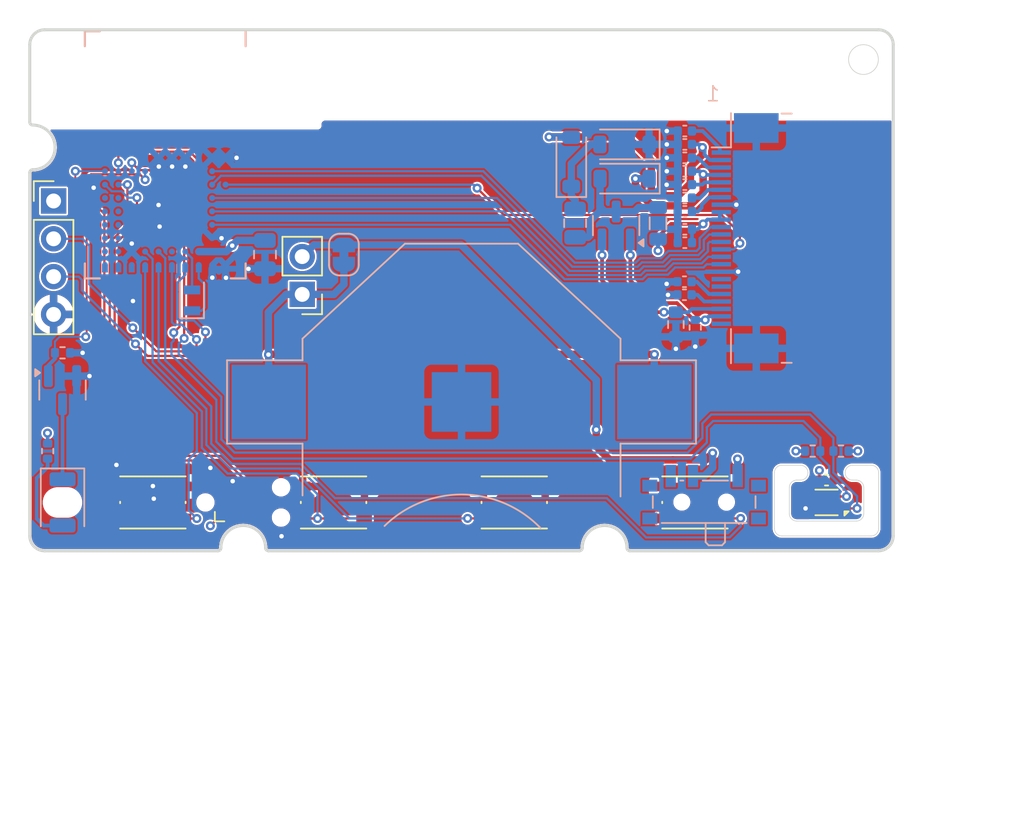
<source format=kicad_pcb>
(kicad_pcb (version 20241228) (generator "pcbnew") (generator_version "9.0")
  (layers (0 "F.Cu" signal) (4 "In1.Cu" signal) (6 "In2.Cu" signal) (2 "B.Cu" signal) (13 "F.Paste" user) (15 "B.Paste" user) (5 "F.SilkS" user "F.Silkscreen") (7 "B.SilkS" user "B.Silkscreen") (1 "F.Mask" user) (3 "B.Mask" user) (25 "Edge.Cuts" user))
  (net 0 "")
  (net 1 "VDD")
  (net 2 "GND")
  (net 3 "/VCOM")
  (net 4 "/PREVGL")
  (net 6 "/VSL")
  (net 7 "/SCL")
  (net 8 "/EPD_DIN")
  (net 9 "/SDA")
  (net 10 "/EPD_CLK")
  (net 11 "Net-(U1-P1.01)")
  (net 12 "Net-(U1-P1.00)")
  (net 14 "Net-(D2-A)")
  (net 15 "Net-(D1-K)")
  (net 16 "/PREVGH")
  (net 17 "/VSH")
  (net 18 "/VPP")
  (net 19 "/VGH")
  (net 20 "/VGL")
  (net 21 "/EPD_BUSY")
  (net 22 "Net-(J2-Pin_7)")
  (net 23 "/HTL_CTL")
  (net 24 "/GDR")
  (net 25 "/RESE")
  (net 26 "/TSCL")
  (net 27 "/EPD_CS")
  (net 28 "/TSDA")
  (net 29 "/EPD_DC")
  (net 30 "/EPD_RST")
  (net 31 "Net-(D4-K)")
  (net 32 "Net-(Q2-G)")
  (net 33 "Net-(D4-A)")
  (net 34 "Net-(J4-SWDIO)")
  (net 35 "Net-(J4-~{RESET})")
  (net 36 "Net-(J4-SWCLK)")
  (net 39 "/SW1")
  (net 40 "/SW2")
  (net 41 "/SW3")
  (net 42 "/SW4")
  (net 43 "/UART_TX")
  (net 44 "/UART_RX")
  (net 55 "Net-(BT1-+)")
  (net 60 "Net-(JP1-B)")
  (footprint "Connector_PinHeader_2.54mm:PinHeader_1x02_P2.54mm_Vertical" (layer "F.Cu") (at 118.3 56.775 180)
    (property "Reference" "JP2" (hide yes))
    (property "Value" "Jumper_2_Small_Open" (hide yes))
  )
  (footprint "ePaper54L-Button_Switch_SMD:SW_Push_1P1T_NO_Vertical_Wuerth_434133025816" (layer "F.Cu") (at 132.54375 70.75)
    (property "Reference" "SW3" (hide yes))
    (property "Value" "SW_Push")
  )
  (footprint "Connector_PinHeader_2.54mm:PinHeader_1x04_P2.54mm_Vertical" (layer "F.Cu") (at 101.6 50.5)
    (property "Reference" "J1" (hide yes))
    (property "Value" "Conn_01x04" (hide yes))
  )
  (footprint "Capacitor_SMD:C_0402_1005Metric" (layer "F.Cu") (at 153.52 69.25)
    (property "Reference" "C25" (hide yes))
    (property "Value" "100nF")
  )
  (footprint "ePaper54L-Button_Switch_SMD:SW_Push_1P1T_NO_Vertical_Wuerth_434133025816" (layer "F.Cu") (at 144.68125 70.75)
    (property "Reference" "SW4" (hide yes))
    (property "Value" "SW_Push")
  )
  (footprint "ePaper54L-Button_Switch_SMD:SW_Push_1P1T_NO_Vertical_Wuerth_434133025816" (layer "F.Cu") (at 120.40625 70.75)
    (property "Reference" "SW2" (hide yes))
    (property "Value" "SW_Push")
  )
  (footprint "Sensor_Humidity:Sensirion_DFN-4_1.5x1.5mm_P0.8mm_SHT4x_NoCentralPad" (layer "F.Cu") (at 153.52 70.75 180)
    (property "Reference" "U2" (hide yes))
    (property "Value" "SHT4x")
  )
  (footprint "ePaper54L-Button_Switch_SMD:SW_Push_1P1T_NO_Vertical_Wuerth_434133025816" (layer "F.Cu") (at 108.26875 70.75)
    (property "Reference" "SW1" (hide yes))
    (property "Value" "SW_Push")
  )
  (footprint "Connector:Tag-Connect_TC2030-IDC-NL_2x03_P1.27mm_Vertical" (layer "F.Cu") (at 114.3375 70.75)
    (property "Reference" "J4" (hide yes))
    (property "Value" "Conn_ARM_SWD_TagConnect_TC2030-NL" (hide yes))
  )
  (footprint "Resistor_SMD:R_0402_1005Metric" (layer "B.Cu") (at 102.2 60.7)
    (property "Reference" "R7" (hide yes))
    (property "Value" "1MR")
  )
  (footprint "Resistor_SMD:R_0402_1005Metric" (layer "B.Cu") (at 152.59 67.3)
    (property "Reference" "R9" (hide yes))
    (property "Value" "10kR")
  )
  (footprint "Resistor_SMD:R_0402_1005Metric" (layer "B.Cu") (at 101.2 67.3 -90)
    (property "Reference" "R8" (hide yes))
    (property "Value" "1kR")
  )
  (footprint "Capacitor_SMD:C_0402_1005Metric" (layer "B.Cu") (at 143.975 55.925)
    (property "Reference" "C23" (hide yes))
    (property "Value" "1uF")
  )
  (footprint "Diode_SMD:D_SOD-123" (layer "B.Cu") (at 136.375 47.875 90)
    (property "Reference" "D1" (hide yes))
    (property "Value" "PMEG3010ER,115")
  )
  (footprint "Connector_FFC-FPC:Jushuo_AFC07-S24FCA-00_1x24-1MP_P0.50_Horizontal" (layer "B.Cu") (at 148.05 53 -90)
    (property "Reference" "J2" (hide yes))
    (property "Value" "Conn_01x24_MountingPin")
  )
  (footprint "Capacitor_SMD:C_0402_1005Metric" (layer "B.Cu") (at 144 46.7)
    (property "Reference" "C14" (hide yes))
    (property "Value" "1uF")
  )
  (footprint "Jumper:SolderJumper-2_P1.3mm_Bridged_RoundedPad1.0x1.5mm" (layer "B.Cu") (at 121.1 54.1 90)
    (property "Reference" "JP1" (hide yes))
    (property "Value" "Jumper_2_Small_Bridged" (hide yes))
  )
  (footprint "Diode_SMD:D_SOD-123" (layer "B.Cu") (at 139.95 46.7 180)
    (property "Reference" "D3" (hide yes))
    (property "Value" "PMEG3010ER,115")
  )
  (footprint "Capacitor_SMD:C_0402_1005Metric" (layer "B.Cu") (at 143.975 56.8)
    (property "Reference" "C24" (hide yes))
    (property "Value" "1uF")
  )
  (footprint "Capacitor_SMD:C_0402_1005Metric" (layer "B.Cu") (at 144 51.2)
    (property "Reference" "C20" (hide yes))
    (property "Value" "1uF")
  )
  (footprint "Resistor_SMD:R_0402_1005Metric" (layer "B.Cu") (at 144.7 59 -90)
    (property "Reference" "R1" (hide yes))
    (property "Value" "1MR")
  )
  (footprint "Capacitor_SMD:C_0402_1005Metric" (layer "B.Cu") (at 144 47.6)
    (property "Reference" "C15" (hide yes))
    (property "Value" "1uF")
  )
  (footprint "Resistor_SMD:R_0603_1608Metric" (layer "B.Cu") (at 143.4 58.8 -90)
    (property "Reference" "R3" (hide yes))
    (property "Value" "3R")
  )
  (footprint "Capacitor_SMD:C_0402_1005Metric" (layer "B.Cu") (at 144 52.4)
    (property "Reference" "C22" (hide yes))
    (property "Value" "100nF")
  )
  (footprint "Capacitor_SMD:C_0402_1005Metric" (layer "B.Cu") (at 144 50.3)
    (property "Reference" "C19" (hide yes))
    (property "Value" "1uF")
  )
  (footprint "Resistor_SMD:R_0402_1005Metric" (layer "B.Cu") (at 154.49 67.3 180)
    (property "Reference" "R10" (hide yes))
    (property "Value" "10kR")
  )
  (footprint "Battery:BatteryHolder_Multicomp_BC-2001_1x2032" (layer "B.Cu") (at 129 64)
    (property "Reference" "BT1" (hide yes))
    (property "Value" "CR2032")
  )
  (footprint "LED_SMD:LED_1206_3216Metric_ReverseMount_Hole1.8x2.4mm" (layer "B.Cu") (at 102.2 70.75 -90)
    (property "Reference" "D4" (hide yes))
    (property "Value" "LED_Small")
  )
  (footprint "Package_TO_SOT_SMD:SOT-23" (layer "B.Cu") (at 102.2 63.2 -90)
    (property "Reference" "Q2" (hide yes))
    (property "Value" "Q_NMOS_GSD")
  )
  (footprint "Capacitor_SMD:C_0402_1005Metric" (layer "B.Cu") (at 144 49.4)
    (property "Reference" "C18" (hide yes))
    (property "Value" "1uF")
  )
  (footprint "Diode_SMD:D_SOD-123" (layer "B.Cu") (at 139.955 49 180)
    (property "Reference" "D2" (hide yes))
    (property "Value" "PMEG3010ER,115")
  )
  (footprint "Capacitor_SMD:C_0402_1005Metric" (layer "B.Cu") (at 144 48.5)
    (property "Reference" "C17" (hide yes))
    (property "Value" "1uF")
  )
  (footprint "Button_Switch_SMD:SW_SPDT_PCM12" (layer "B.Cu") (at 145.3 70.4 180)
    (property "Reference" "SW5" (hide yes))
    (property "Value" "SW_SPDT")
  )
  (footprint "Capacitor_SMD:C_0805_2012Metric" (layer "B.Cu") (at 115.8 54.1 90)
    (property "Reference" "C1" (hide yes))
    (property "Value" "4.7uF")
  )
  (footprint "Capacitor_SMD:C_0402_1005Metric" (layer "B.Cu") (at 144 53.3)
    (property "Reference" "C21" (hide yes))
    (property "Value" "4.7uF")
  )
  (footprint "Crystal:Crystal_SMD_2012-2Pin_2.0x1.2mm" (layer "B.Cu") (at 110.9 57.175 90)
    (property "Reference" "Y2" (hide yes))
    (property "Value" "32.768KHz")
  )
  (footprint "Capacitor_SMD:C_0402_1005Metric" (layer "B.Cu") (at 144 45.8)
    (property "Reference" "C13" (hide yes))
    (property "Value" "1uF")
  )
  (footprint "Capacitor_SMD:C_0805_2012Metric" (layer "B.Cu") (at 136.63 51.99 90)
    (property "Reference" "C2" (hide yes))
    (property "Value" "4.7uF")
  )
  (footprint "Package_TO_SOT_SMD:SOT-23" (layer "B.Cu") (at 139.3875 52.15 90)
    (property "Reference" "Q1" (hide yes))
    (property "Value" "Q_NMOS_GSD")
  )
  (footprint "nordic-lib-kicad-nrf54-modules:BM15x-LGA-45_15.8x10mm" (layer "B.Cu") (at 109.1 47.4 180)
    (property "Reference" "U1" (hide yes))
    (property "Value" "BM15x")
  )
  (footprint "Inductor_SMD:L_0805_2012Metric" (layer "B.Cu") (at 142.2 52 -90)
    (property "Reference" "L4" (hide yes))
    (property "Value" "10uH")
  )
  (gr_arc (start 158 73) (mid 157.707107 73.707107) (end 157 74) (stroke (width 0.2)) (layer "Edge.Cuts"))
  (gr_arc (start 157.02 72.5) (mid 156.873553 72.853553) (end 156.52 73) (stroke (width 0.05)) (layer "Edge.Cuts"))
  (gr_arc (start 156.02 71.5) (mid 155.873553 71.853553) (end 155.52 72) (stroke (width 0.05)) (layer "Edge.Cuts"))
  (gr_arc (start 100 48.6) (mid 100.058579 48.458579) (end 100.2 48.4) (stroke (width 0.2)) (layer "Edge.Cuts"))
  (gr_arc (start 155.27 69.25) (mid 154.916447 69.103553) (end 154.77 68.75) (stroke (width 0.05)) (layer "Edge.Cuts"))
  (gr_arc (start 140.3125 74) (mid 140.171079 73.941421) (end 140.1125 73.8) (stroke (width 0.2)) (layer "Edge.Cuts"))
  (gr_arc (start 116.0375 74) (mid 115.896079 73.941421) (end 115.8375 73.8) (stroke (width 0.2)) (layer "Edge.Cuts"))
  (gr_arc (start 151.02 69.75) (mid 151.166447 69.396447) (end 151.52 69.25) (stroke (width 0.05)) (layer "Edge.Cuts"))
  (gr_line (start 150.52 68.25) (end 151.77 68.25) (stroke (width 0.05)) (layer "Edge.Cuts"))
  (gr_arc (start 156.52 68.25) (mid 156.873553 68.396447) (end 157.02 68.75) (stroke (width 0.05)) (layer "Edge.Cuts"))
  (gr_line (start 155.52 69.25) (end 155.27 69.25) (stroke (width 0.05)) (layer "Edge.Cuts"))
  (gr_arc (start 100.2 45.4) (mid 100.058579 45.341421) (end 100 45.2) (stroke (width 0.2)) (layer "Edge.Cuts"))
  (gr_arc (start 151.52 72) (mid 151.166447 71.853553) (end 151.02 71.5) (stroke (width 0.05)) (layer "Edge.Cuts"))
  (gr_line (start 100 45.2) (end 100 40) (stroke (width 0.2)) (layer "Edge.Cuts"))
  (gr_arc (start 155.52 69.25) (mid 155.873553 69.396447) (end 156.02 69.75) (stroke (width 0.05)) (layer "Edge.Cuts"))
  (gr_line (start 157 74) (end 140.3125 74) (stroke (width 0.2)) (layer "Edge.Cuts"))
  (gr_arc (start 100 40) (mid 100.292893 39.292893) (end 101 39) (stroke (width 0.2)) (layer "Edge.Cuts"))
  (gr_line (start 157.02 68.75) (end 157.02 72.5) (stroke (width 0.05)) (layer "Edge.Cuts"))
  (gr_line (start 155.27 68.25) (end 156.52 68.25) (stroke (width 0.05)) (layer "Edge.Cuts"))
  (gr_arc (start 112.8375 73.8) (mid 112.778921 73.941421) (end 112.6375 74) (stroke (width 0.2)) (layer "Edge.Cuts"))
  (gr_arc (start 112.8375 73.8) (mid 114.3375 72.3) (end 115.8375 73.8) (stroke (width 0.2)) (layer "Edge.Cuts"))
  (gr_arc (start 137.1125 73.8) (mid 137.053921 73.941421) (end 136.9125 74) (stroke (width 0.2)) (layer "Edge.Cuts"))
  (gr_arc (start 157 39) (mid 157.707107 39.292893) (end 158 40) (stroke (width 0.2)) (layer "Edge.Cuts"))
  (gr_arc (start 154.77 68.75) (mid 154.916447 68.396447) (end 155.27 68.25) (stroke (width 0.05)) (layer "Edge.Cuts"))
  (gr_arc (start 150.02 68.75) (mid 150.166447 68.396447) (end 150.52 68.25) (stroke (width 0.05)) (layer "Edge.Cuts"))
  (gr_circle (center 156 41) (end 156 42) (stroke (width 0.05)) (fill no) (layer "Edge.Cuts"))
  (gr_arc (start 152.27 68.75) (mid 152.123553 69.103553) (end 151.77 69.25) (stroke (width 0.05)) (layer "Edge.Cuts"))
  (gr_line (start 155.52 72) (end 151.52 72) (stroke (width 0.05)) (layer "Edge.Cuts"))
  (gr_arc (start 101 74) (mid 100.292893 73.707107) (end 100 73) (stroke (width 0.2)) (layer "Edge.Cuts"))
  (gr_line (start 156.52 73) (end 150.52 73) (stroke (width 0.05)) (layer "Edge.Cuts"))
  (gr_line (start 136.9125 74) (end 116.0375 74) (stroke (width 0.2)) (layer "Edge.Cuts"))
  (gr_line (start 101 39) (end 157 39) (stroke (width 0.2)) (layer "Edge.Cuts"))
  (gr_line (start 158 40) (end 158 73) (stroke (width 0.2)) (layer "Edge.Cuts"))
  (gr_arc (start 150.52 73) (mid 150.166447 72.853553) (end 150.02 72.5) (stroke (width 0.05)) (layer "Edge.Cuts"))
  (gr_line (start 151.02 71.5) (end 151.02 69.75) (stroke (width 0.05)) (layer "Edge.Cuts"))
  (gr_arc (start 151.77 68.25) (mid 152.123553 68.396447) (end 152.27 68.75) (stroke (width 0.05)) (layer "Edge.Cuts"))
  (gr_line (start 156.02 71.5) (end 156.02 69.75) (stroke (width 0.05)) (layer "Edge.Cuts"))
  (gr_line (start 151.77 69.25) (end 151.52 69.25) (stroke (width 0.05)) (layer "Edge.Cuts"))
  (gr_line (start 112.6375 74) (end 101 74) (stroke (width 0.2)) (layer "Edge.Cuts"))
  (gr_arc (start 137.1125 73.8) (mid 138.6125 72.3) (end 140.1125 73.8) (stroke (width 0.2)) (layer "Edge.Cuts"))
  (gr_arc (start 100.2 45.4) (mid 101.7 46.9) (end 100.2 48.4) (stroke (width 0.2)) (layer "Edge.Cuts"))
  (gr_line (start 150.02 72.5) (end 150.02 68.75) (stroke (width 0.05)) (layer "Edge.Cuts"))
  (gr_line (start 100 48.6) (end 100 73) (stroke (width 0.2)) (layer "Edge.Cuts"))
  (gr_text "1" (at 146.43 43.89 0) (layer "B.SilkS") (effects (font (size 1 1) (thickness 0.1)) (justify left bottom mirror)))
  (segment (start 152.51 70.35) (end 152.43 70.27) (width 0.15) (layer "F.Cu") (net 1))
  (segment (start 112.13 72.32) (end 112.1325 72.32) (width 0.15) (layer "F.Cu") (net 1))
  (segment (start 152.43 70.27) (end 152.43 69.46) (width 0.15) (layer "F.Cu") (net 1))
  (segment (start 142.2 52.92) (end 142.2 53.84) (width 0.25) (layer "F.Cu") (net 1))
  (segment (start 112.1325 72.32) (end 113.0675 71.385) (width 0.15) (layer "F.Cu") (net 1))
  (segment (start 152.82 70.35) (end 152.51 70.35) (width 0.15) (layer "F.Cu") (net 1))
  (segment (start 153.04 69.25) (end 153.04 68.6) (width 0.15) (layer "F.Cu") (net 1))
  (segment (start 145.23 52.04) (end 143.08 52.04) (width 0.25) (layer "F.Cu") (net 1))
  (segment (start 143.08 52.04) (end 142.2 52.92) (width 0.25) (layer "F.Cu") (net 1))
  (segment (start 152.43 69.46) (end 152.64 69.25) (width 0.15) (layer "F.Cu") (net 1))
  (segment (start 152.64 69.25) (end 153.04 69.25) (width 0.15) (layer "F.Cu") (net 1))
  (via (at 112.13 72.32) (size 0.6) (drill 0.3) (layers "F.Cu" "B.Cu") (net 1))
  (via (at 151.46 67.3) (size 0.6) (drill 0.3) (layers "F.Cu" "B.Cu") (net 1))
  (via (at 113.6 53.5) (size 0.6) (drill 0.3) (layers "F.Cu" "B.Cu") (net 1))
  (via (at 147.54 67.83) (size 0.6) (drill 0.3) (layers "F.Cu" "B.Cu") (net 1))
  (via (at 142.2 53.84) (size 0.6) (drill 0.3) (layers "F.Cu" "B.Cu") (net 1))
  (via (at 153.04 68.6) (size 0.6) (drill 0.3) (layers "F.Cu" "B.Cu") (net 1))
  (via (at 101.19 66.09) (size 0.6) (drill 0.3) (layers "F.Cu" "B.Cu") (net 1))
  (via (at 145.23 52.04) (size 0.6) (drill 0.3) (layers "F.Cu" "B.Cu") (net 1))
  (via (at 155.62 67.3) (size 0.6) (drill 0.3) (layers "F.Cu" "B.Cu") (net 1))
  (segment (start 142.2 53.0625) (end 142.2 53.84) (width 0.25) (layer "B.Cu") (net 1))
  (segment (start 144.48 53.3) (end 144.48 52.4) (width 0.25) (layer "B.Cu") (net 1))
  (segment (start 152.08 67.3) (end 151.46 67.3) (width 0.25) (layer "B.Cu") (net 1))
  (segment (start 146.35 51.25) (end 146.35 51.75) (width 0.25) (layer "B.Cu") (net 1))
  (segment (start 147.55 68.97) (end 147.55 67.84) (width 0.5) (layer "B.Cu") (net 1))
  (segment (start 144.87 52.4) (end 144.48 52.4) (width 0.25) (layer "B.Cu") (net 1))
  (segment (start 155 67.3) (end 155.62 67.3) (width 0.25) (layer "B.Cu") (net 1))
  (segment (start 113.6 53.5) (end 113.95 53.15) (width 0.5) (layer "B.Cu") (net 1))
  (segment (start 145.52 51.75) (end 144.87 52.4) (width 0.25) (layer "B.Cu") (net 1))
  (segment (start 113.2 53.9) (end 111.35 53.9) (width 0.5) (layer "B.Cu") (net 1))
  (segment (start 101.2 66.1) (end 101.19 66.09) (width 0.25) (layer "B.Cu") (net 1))
  (segment (start 101.2 66.79) (end 101.2 66.1) (width 0.25) (layer "B.Cu") (net 1))
  (segment (start 113.95 53.15) (end 115.8 53.15) (width 0.5) (layer "B.Cu") (net 1))
  (segment (start 113.6 53.5) (end 113.2 53.9) (width 0.5) (layer "B.Cu") (net 1))
  (segment (start 147.55 67.84) (end 147.54 67.83) (width 0.5) (layer "B.Cu") (net 1))
  (segment (start 146.35 51.75) (end 145.52 51.75) (width 0.25) (layer "B.Cu") (net 1))
  (segment (start 115.6075 71.385) (end 115.6075 71.7175) (width 0.15) (layer "F.Cu") (net 2))
  (segment (start 115.6075 71.7175) (end 116.91 73.02) (width 0.15) (layer "F.Cu") (net 2))
  (segment (start 152.82 71.15) (end 152.11 71.15) (width 0.15) (layer "F.Cu") (net 2))
  (via (at 142.79 48.5) (size 0.6) (drill 0.3) (layers "F.Cu" "B.Cu") (net 2))
  (via (at 112.13 68.43) (size 0.6) (drill 0.3) (layers "F.Cu" "B.Cu") (net 2))
  (via (at 105.82 68.23) (size 0.6) (drill 0.3) (layers "F.Cu" "B.Cu") (net 2))
  (via (at 109.56 48.19) (size 0.6) (drill 0.3) (layers "F.Cu" "B.Cu") (net 2))
  (via (at 106.85 53.36) (size 0.6) (drill 0.3) (layers "F.Cu" "B.Cu") (net 2))
  (via (at 142.78 56.07) (size 0.6) (drill 0.3) (layers "F.Cu" "B.Cu") (net 2))
  (via (at 142.79 46.7) (size 0.6) (drill 0.3) (layers "F.Cu" "B.Cu") (net 2))
  (via (at 106.93 57.22) (size 0.6) (drill 0.3) (layers "F.Cu" "B.Cu") (net 2))
  (via (at 144.7 60.28) (size 0.6) (drill 0.3) (layers "F.Cu" "B.Cu") (net 2))
  (via (at 108.72 52.22) (size 0.6) (drill 0.3) (layers "F.Cu" "B.Cu") (net 2))
  (via (at 104.01 62.26) (size 0.6) (drill 0.3) (layers "F.Cu" "B.Cu") (net 2))
  (via (at 108.67 48.19) (size 0.6) (drill 0.3) (layers "F.Cu" "B.Cu") (net 2))
  (via (at 108.65 50.77) (size 0.6) (drill 0.3) (layers "F.Cu" "B.Cu") (net 2))
  (via (at 152.11 71.15) (size 0.6) (drill 0.3) (layers "F.Cu" "B.Cu") (net 2))
  (via (at 142.79 45.8) (size 0.6) (drill 0.3) (layers "F.Cu" "B.Cu") (net 2))
  (via (at 103.55 60.7) (size 0.6) (drill 0.3) (layers "F.Cu" "B.Cu") (net 2))
  (via (at 142.87 56.808) (size 0.6) (drill 0.3) (layers "F.Cu" "B.Cu") (net 2))
  (via (at 113.89 47.6) (size 0.6) (drill 0.3) (layers "F.Cu" "B.Cu") (net 2))
  (via (at 142.79 47.6) (size 0.6) (drill 0.3) (layers "F.Cu" "B.Cu") (net 2))
  (via (at 113.63 69.32) (size 0.6) (drill 0.3) (layers "F.Cu" "B.Cu") (net 2))
  (via (at 113.18 55.66) (size 0.6) (drill 0.3) (layers "F.Cu" "B.Cu") (net 2))
  (via (at 112.26 55.65) (size 0.6) (drill 0.3) (layers "F.Cu" "B.Cu") (net 2))
  (via (at 142.78 49.41) (size 0.6) (drill 0.3) (layers "F.Cu" "B.Cu") (net 2))
  (via (at 114.69 55.06) (size 0.6) (drill 0.3) (layers "F.Cu" "B.Cu") (net 2))
  (via (at 147.46 50.75) (size 0.6) (drill 0.3) (layers "F.Cu" "B.Cu") (net 2))
  (via (at 104.29 49.61) (size 0.6) (drill 0.3) (layers "F.Cu" "B.Cu") (net 2))
  (via (at 108.33 70.5) (size 0.6) (drill 0.3) (layers "F.Cu" "B.Cu") (net 2))
  (via (at 147.58 55.25) (size 0.6) (drill 0.3) (layers "F.Cu" "B.Cu") (net 2))
  (via (at 143.4 60.43) (size 0.6) (drill 0.3) (layers "F.Cu" "B.Cu") (net 2))
  (via (at 108.27 69.65) (size 0.6) (drill 0.3) (layers "F.Cu" "B.Cu") (net 2))
  (via (at 110.45 48.19) (size 0.6) (drill 0.3) (layers "F.Cu" "B.Cu") (net 2))
  (via (at 116.91 73.02) (size 0.6) (drill 0.3) (layers "F.Cu" "B.Cu") (net 2))
  (via (at 112.88 53) (size 0.6) (drill 0.3) (layers "F.Cu" "B.Cu") (net 2))
  (segment (start 142.9 49.4) (end 142.89 49.41) (width 0.25) (layer "B.Cu") (net 2))
  (segment (start 143.52 49.4) (end 142.9 49.4) (width 0.25) (layer "B.Cu") (net 2))
  (segment (start 114.7 55.05) (end 114.69 55.06) (width 0.5) (layer "B.Cu") (net 2))
  (segment (start 143.52 45.8) (end 142.79 45.8) (width 0.25) (layer "B.Cu") (net 2))
  (segment (start 113.15 47.6) (end 113.89 47.6) (width 0.5) (layer "B.Cu") (net 2))
  (segment (start 142.878 56.8) (end 142.87 56.808) (width 0.25) (layer "B.Cu") (net 2))
  (segment (start 143.4 59.625) (end 143.4 60.43) (width 0.25) (layer "B.Cu") (net 2))
  (segment (start 103.15 62.2625) (end 104.0075 62.2625) (width 0.25) (layer "B.Cu") (net 2))
  (segment (start 112.25 53) (end 112.88 53) (width 0.25) (layer "B.Cu") (net 2))
  (segment (start 143.52 53.3) (end 143.52 52.4) (width 0.25) (layer "B.Cu") (net 2))
  (segment (start 106.85 53.9) (end 106.85 53.36) (width 0.5) (layer "B.Cu") (net 2))
  (segment (start 112.25 55.05) (end 112.25 55.64) (width 0.5) (layer "B.Cu") (net 2))
  (segment (start 146.35 55.25) (end 147.58 55.25) (width 0.25) (layer "B.Cu") (net 2))
  (segment (start 143.52 52.4) (end 143.52 45.8) (width 0.25) (layer "B.Cu") (net 2))
  (segment (start 108.65 47.6) (end 108.65 48.17) (width 0.5) (layer "B.Cu") (net 2))
  (segment (start 143.51 49.41) (end 143.52 49.4) (width 0.25) (layer "B.Cu") (net 2))
  (segment (start 108.65 48.17) (end 108.67 48.19) (width 0.5) (layer "B.Cu") (net 2))
  (segment (start 102.71 60.7) (end 103.55 60.7) (width 0.25) (layer "B.Cu") (net 2))
  (segment (start 144.7 59.51) (end 144.7 60.28) (width 0.25) (layer "B.Cu") (net 2))
  (segment (start 109.55 48.18) (end 109.56 48.19) (width 0.5) (layer "B.Cu") (net 2))
  (segment (start 143.495 56.8) (end 142.878 56.8) (width 0.25) (layer "B.Cu") (net 2))
  (segment (start 104.0075 62.2625) (end 104.01 62.26) (width 0.25) (layer "B.Cu") (net 2))
  (segment (start 143.52 48.5) (end 142.79 48.5) (width 0.25) (layer "B.Cu") (net 2))
  (segment (start 142.925 55.925) (end 143.495 55.925) (width 0.25) (layer "B.Cu") (net 2))
  (segment (start 141.6 46.7) (end 142.79 46.7) (width 0.5) (layer "B.Cu") (net 2))
  (segment (start 110.45 47.6) (end 110.45 48.19) (width 0.5) (layer "B.Cu") (net 2))
  (segment (start 142.78 56.07) (end 142.925 55.925) (width 0.25) (layer "B.Cu") (net 2))
  (segment (start 143.52 47.6) (end 142.79 47.6) (width 0.25) (layer "B.Cu") (net 2))
  (segment (start 115.8 55.05) (end 114.7 55.05) (width 0.5) (layer "B.Cu") (net 2))
  (segment (start 143.52 46.7) (end 142.79 46.7) (width 0.25) (layer "B.Cu") (net 2))
  (segment (start 113.15 55.63) (end 113.18 55.66) (width 0.5) (layer "B.Cu") (net 2))
  (segment (start 112.25 55.64) (end 112.26 55.65) (width 0.5) (layer "B.Cu") (net 2))
  (segment (start 142.78 49.41) (end 143.51 49.41) (width 0.25) (layer "B.Cu") (net 2))
  (segment (start 146.35 50.75) (end 147.46 50.75) (width 0.25) (layer "B.Cu") (net 2))
  (segment (start 113.15 55.05) (end 113.15 55.63) (width 0.5) (layer "B.Cu") (net 2))
  (segment (start 113.15 47.6) (end 112.25 47.6) (width 0.5) (layer "B.Cu") (net 2))
  (segment (start 109.55 47.6) (end 109.55 48.18) (width 0.5) (layer "B.Cu") (net 2))
  (segment (start 146.35 47.25) (end 146.35 46.955) (width 0.25) (layer "B.Cu") (net 3))
  (segment (start 145.195 45.8) (end 144.48 45.8) (width 0.25) (layer "B.Cu") (net 3))
  (segment (start 146.35 46.955) (end 145.195 45.8) (width 0.25) (layer "B.Cu") (net 3))
  (segment (start 145.185 47.39) (end 145.185 46.905) (width 0.5) (layer "F.Cu") (net 4))
  (segment (start 143.55 50.15) (end 144.375 49.325) (width 0.5) (layer "F.Cu") (net 4))
  (segment (start 141.75 49.725) (end 142.175 50.15) (width 0.5) (layer "F.Cu") (net 4))
  (segment (start 134.88 46.2) (end 140.15 46.2) (width 0.5) (layer "F.Cu") (net 4))
  (segment (start 142.175 50.15) (end 143.55 50.15) (width 0.5) (layer "F.Cu") (net 4))
  (segment (start 140.15 46.2) (end 141.75 47.8) (width 0.5) (layer "F.Cu") (net 4))
  (segment (start 141.75 47.8) (end 141.75 49.725) (width 0.5) (layer "F.Cu") (net 4))
  (segment (start 144.375 49.325) (end 144.375 48.2) (width 0.5) (layer "F.Cu") (net 4))
  (segment (start 144.375 48.2) (end 145.185 47.39) (width 0.5) (layer "F.Cu") (net 4))
  (via (at 145.185 46.905) (size 0.6) (drill 0.3) (layers "F.Cu" "B.Cu") (net 4))
  (via (at 134.88 46.2) (size 0.6) (drill 0.3) (layers "F.Cu" "B.Cu") (net 4))
  (segment (start 146.35 47.75) (end 145.69 47.75) (width 0.25) (layer "B.Cu") (net 4))
  (segment (start 134.88 46.2) (end 136.35 46.2) (width 0.5) (layer "B.Cu") (net 4))
  (segment (start 145.33 47.05) (end 145.185 46.905) (width 0.25) (layer "B.Cu") (net 4))
  (segment (start 145.185 46.905) (end 144.98 46.7) (width 0.25) (layer "B.Cu") (net 4))
  (segment (start 144.98 46.7) (end 144.48 46.7) (width 0.25) (layer "B.Cu") (net 4))
  (segment (start 136.35 46.2) (end 136.375 46.225) (width 0.5) (layer "B.Cu") (net 4))
  (segment (start 145.69 47.75) (end 145.33 47.39) (width 0.25) (layer "B.Cu") (net 4))
  (segment (start 145.33 47.39) (end 145.33 47.05) (width 0.25) (layer "B.Cu") (net 4))
  (segment (start 144.89 47.6) (end 144.48 47.6) (width 0.25) (layer "B.Cu") (net 6))
  (segment (start 145.54 48.25) (end 144.89 47.6) (width 0.25) (layer "B.Cu") (net 6))
  (segment (start 146.35 48.25) (end 145.54 48.25) (width 0.25) (layer "B.Cu") (net 6))
  (segment (start 107.35 48.43) (end 108.05 48.43) (width 0.15) (layer "F.Cu") (net 7))
  (segment (start 110.06 58.95) (end 109.67 59.34) (width 0.15) (layer "F.Cu") (net 7))
  (segment (start 106.85 47.93) (end 107.35 48.43) (width 0.15) (layer "F.Cu") (net 7))
  (segment (start 108.05 48.43) (end 110.06 50.44) (width 0.15) (layer "F.Cu") (net 7))
  (segment (start 110.06 50.44) (end 110.06 58.95) (width 0.15) (layer "F.Cu") (net 7))
  (segment (start 154.22 70.35) (end 154.86 70.35) (width 0.15) (layer "F.Cu") (net 7))
  (via (at 109.67 59.34) (size 0.6) (drill 0.3) (layers "F.Cu" "B.Cu") (net 7))
  (via (at 154.86 70.35) (size 0.6) (drill 0.3) (layers "F.Cu" "B.Cu") (net 7))
  (via (at 106.85 47.93) (size 0.6) (drill 0.3) (layers "F.Cu" "B.Cu") (net 7))
  (segment (start 154.86 70.011738) (end 153.703 68.854738) (width 0.15) (layer "B.Cu") (net 7))
  (segment (start 109.52 60.03) (end 109.52 60.84) (width 0.15) (layer "B.Cu") (net 7))
  (segment (start 145.9 65.28) (end 151.97 65.28) (width 0.15) (layer "B.Cu") (net 7))
  (segment (start 151.97 65.28) (end 153.1 66.41) (width 0.15) (layer "B.Cu") (net 7))
  (segment (start 153.1 66.41) (end 153.1 67.3) (width 0.15) (layer "B.Cu") (net 7))
  (segment (start 154.86 70.35) (end 154.86 70.011738) (width 0.15) (layer "B.Cu") (net 7))
  (segment (start 145.48 65.7) (end 145.9 65.28) (width 0.15) (layer "B.Cu") (net 7))
  (segment (start 144.4 67.8) (end 145.48 66.72) (width 0.15) (layer "B.Cu") (net 7))
  (segment (start 145.48 66.72) (end 145.48 65.7) (width 0.15) (layer "B.Cu") (net 7))
  (segment (start 109.67 59.88) (end 109.52 60.03) (width 0.15) (layer "B.Cu") (net 7))
  (segment (start 153.703 68.303) (end 153.1 67.7) (width 0.15) (layer "B.Cu") (net 7))
  (segment (start 109.67 59.34) (end 109.67 59.88) (width 0.15) (layer "B.Cu") (net 7))
  (segment (start 113.66 67.8) (end 144.4 67.8) (width 0.15) (layer "B.Cu") (net 7))
  (segment (start 153.703 68.854738) (end 153.703 68.303) (width 0.15) (layer "B.Cu") (net 7))
  (segment (start 109.52 60.84) (end 112.53 63.85) (width 0.15) (layer "B.Cu") (net 7))
  (segment (start 106.85 48.5) (end 106.85 47.93) (width 0.15) (layer "B.Cu") (net 7))
  (segment (start 153.1 67.7) (end 153.1 67.3) (width 0.15) (layer "B.Cu") (net 7))
  (segment (start 112.53 63.85) (end 112.53 66.67) (width 0.15) (layer "B.Cu") (net 7))
  (segment (start 112.53 66.67) (end 113.66 67.8) (width 0.15) (layer "B.Cu") (net 7))
  (segment (start 130.46 48.5) (end 112.25 48.5) (width 0.15) (layer "B.Cu") (net 8))
  (segment (start 146.35 52.25) (end 145.75 52.25) (width 0.15) (layer "B.Cu") (net 8))
  (segment (start 145 53.65) (end 144.79 53.86) (width 0.15) (layer "B.Cu") (net 8))
  (segment (start 136.602 54.642) (end 130.46 48.5) (width 0.15) (layer "B.Cu") (net 8))
  (segment (start 144.79 53.86) (end 142.89 53.86) (width 0.15) (layer "B.Cu") (net 8))
  (segment (start 145.75 52.25) (end 145 53) (width 0.15) (layer "B.Cu") (net 8))
  (segment (start 142.89 53.86) (end 142.408 54.342) (width 0.15) (layer "B.Cu") (net 8))
  (segment (start 145 53) (end 145 53.65) (width 0.15) (layer "B.Cu") (net 8))
  (segment (start 140.708 54.642) (end 136.602 54.642) (width 0.15) (layer "B.Cu") (net 8))
  (segment (start 142.408 54.342) (end 141.008 54.342) (width 0.15) (layer "B.Cu") (net 8))
  (segment (start 141.008 54.342) (end 140.708 54.642) (width 0.15) (layer "B.Cu") (net 8))
  (segment (start 105.95 47.45) (end 105.95 47.94) (width 0.15) (layer "F.Cu") (net 9))
  (segment (start 110.37 49.9) (end 111.28 48.99) (width 0.15) (layer "F.Cu") (net 9))
  (segment (start 110.37 59.73) (end 110.37 49.9) (width 0.15) (layer "F.Cu") (net 9))
  (segment (start 111.28 47.72) (end 110.75 47.19) (width 0.15) (layer "F.Cu") (net 9))
  (segment (start 110.75 47.19) (end 106.21 47.19) (width 0.15) (layer "F.Cu") (net 9))
  (segment (start 106.21 47.19) (end 105.95 47.45) (width 0.15) (layer "F.Cu") (net 9))
  (segment (start 155.57 71.15) (end 154.22 71.15) (width 0.15) (layer "F.Cu") (net 9))
  (segment (start 111.28 48.99) (end 111.28 47.72) (width 0.15) (layer "F.Cu") (net 9))
  (via (at 155.57 71.15) (size 0.6) (drill 0.3) (layers "F.Cu" "B.Cu") (net 9))
  (via (at 105.95 47.94) (size 0.6) (drill 0.3) (layers "F.Cu" "B.Cu") (net 9))
  (via (at 110.37 59.73) (size 0.6) (drill 0.3) (layers "F.Cu" "B.Cu") (net 9))
  (segment (start 145.18 66.42) (end 144.2 67.4) (width 0.15) (layer "B.Cu") (net 9))
  (segment (start 112.87 63.66) (end 110 60.79) (width 0.15) (layer "B.Cu") (net 9))
  (segment (start 153.98 67.3) (end 153.98 66.41) (width 0.15) (layer "B.Cu") (net 9))
  (segment (start 110 60.79) (end 110 60.1) (width 0.15) (layer "B.Cu") (net 9))
  (segment (start 145.78 64.84) (end 145.18 65.44) (width 0.15) (layer "B.Cu") (net 9))
  (segment (start 110 60.1) (end 110.37 59.73) (width 0.15) (layer "B.Cu") (net 9))
  (segment (start 113.75 67.4) (end 112.87 66.52) (width 0.15) (layer "B.Cu") (net 9))
  (segment (start 155.57 70.84) (end 155.57 71.15) (width 0.15) (layer "B.Cu") (net 9))
  (segment (start 105.95 48.5) (end 105.95 47.94) (width 0.127) (layer "B.Cu") (net 9))
  (segment (start 144.2 67.4) (end 113.75 67.4) (width 0.15) (layer "B.Cu") (net 9))
  (segment (start 153.98 66.41) (end 152.41 64.84) (width 0.15) (layer "B.Cu") (net 9))
  (segment (start 153.98 67.3) (end 153.98 68.74) (width 0.15) (layer "B.Cu") (net 9))
  (segment (start 145.18 65.44) (end 145.18 66.42) (width 0.15) (layer "B.Cu") (net 9))
  (segment (start 154.48 69.24) (end 155.57 70.33) (width 0.15) (layer "B.Cu") (net 9))
  (segment (start 155.57 70.33) (end 155.57 70.84) (width 0.15) (layer "B.Cu") (net 9))
  (segment (start 152.41 64.84) (end 145.78 64.84) (width 0.15) (layer "B.Cu") (net 9))
  (segment (start 153.98 68.74) (end 154.48 69.24) (width 0.15) (layer "B.Cu") (net 9))
  (segment (start 112.87 66.52) (end 112.87 63.66) (width 0.15) (layer "B.Cu") (net 9))
  (segment (start 130.34 48.81) (end 136.449 54.919) (width 0.15) (layer "B.Cu") (net 10))
  (segment (start 145.277 53.764738) (end 145.277 53.114738) (width 0.15) (layer "B.Cu") (net 10))
  (segment (start 142.522738 54.619) (end 143.004738 54.137) (width 0.15) (layer "B.Cu") (net 10))
  (segment (start 112.84 48.81) (end 130.34 48.81) (width 0.15) (layer "B.Cu") (net 10))
  (segment (start 136.449 54.919) (end 140.822738 54.919) (width 0.15) (layer "B.Cu") (net 10))
  (segment (start 112.25 49.4) (end 112.84 48.81) (width 0.15) (layer "B.Cu") (net 10))
  (segment (start 140.822738 54.919) (end 141.122738 54.619) (width 0.15) (layer "B.Cu") (net 10))
  (segment (start 145.641738 52.75) (end 146.35 52.75) (width 0.15) (layer "B.Cu") (net 10))
  (segment (start 143.004738 54.137) (end 144.904738 54.137) (width 0.15) (layer "B.Cu") (net 10))
  (segment (start 144.904738 54.137) (end 145.277 53.764738) (width 0.15) (layer "B.Cu") (net 10))
  (segment (start 145.277 53.114738) (end 145.641738 52.75) (width 0.15) (layer "B.Cu") (net 10))
  (segment (start 141.122738 54.619) (end 142.522738 54.619) (width 0.15) (layer "B.Cu") (net 10))
  (segment (start 111.75 57.65) (end 111.525 57.875) (width 0.15) (layer "B.Cu") (net 11))
  (segment (start 111.525 57.875) (end 110.9 57.875) (width 0.15) (layer "B.Cu") (net 11))
  (segment (start 111.75 56.1) (end 111.75 57.65) (width 0.15) (layer "B.Cu") (net 11))
  (segment (start 111.35 55.05) (end 111.35 55.7) (width 0.15) (layer "B.Cu") (net 11))
  (segment (start 111.35 55.7) (end 111.75 56.1) (width 0.15) (layer "B.Cu") (net 11))
  (segment (start 110.9 54.35) (end 110.45 53.9) (width 0.15) (layer "B.Cu") (net 12))
  (segment (start 110.9 56.475) (end 110.9 54.35) (width 0.15) (layer "B.Cu") (net 12))
  (segment (start 138.305 49) (end 138.305 50.43) (width 0.5) (layer "B.Cu") (net 14))
  (segment (start 138.305 50.43) (end 138.305 51.165) (width 0.5) (layer "B.Cu") (net 14))
  (segment (start 137.5 52.94) (end 137.64 52.8) (width 0.5) (layer "B.Cu") (net 14))
  (segment (start 138.305 50.71) (end 138.305 50.8975) (width 0.5) (layer "B.Cu") (net 14))
  (segment (start 140.6275 51.2125) (end 139.3875 51.2125) (width 0.5) (layer "B.Cu") (net 14))
  (segment (start 139.3875 51.2125) (end 138.62 51.2125) (width 0.5) (layer "B.Cu") (net 14))
  (segment (start 138.305 50.43) (end 138.305 50.71) (width 0.5) (layer "B.Cu") (net 14))
  (segment (start 136.63 52.94) (end 137.5 52.94) (width 0.5) (layer "B.Cu") (net 14))
  (segment (start 137.64 52.8) (end 137.64 51.83) (width 0.5) (layer "B.Cu") (net 14))
  (segment (start 138.2575 51.2125) (end 138.62 51.2125) (width 0.5) (layer "B.Cu") (net 14))
  (segment (start 140.9025 50.9375) (end 140.6275 51.2125) (width 0.5) (layer "B.Cu") (net 14))
  (segment (start 138.305 51.165) (end 138.2575 51.2125) (width 0.5) (layer "B.Cu") (net 14))
  (segment (start 142.2 50.9375) (end 140.9025 50.9375) (width 0.5) (layer "B.Cu") (net 14))
  (segment (start 138.305 50.8975) (end 138.62 51.2125) (width 0.5) (layer "B.Cu") (net 14))
  (segment (start 137.64 51.83) (end 138.2575 51.2125) (width 0.5) (layer "B.Cu") (net 14))
  (segment (start 136.63 50.42) (end 136.375 50.165) (width 0.5) (layer "B.Cu") (net 15))
  (segment (start 136.63 51.04) (end 136.63 50.42) (width 0.5) (layer "B.Cu") (net 15))
  (segment (start 136.375 48) (end 136.375 49.525) (width 0.5) (layer "B.Cu") (net 15))
  (segment (start 138.3 46.7) (end 137.675 46.7) (width 0.5) (layer "B.Cu") (net 15))
  (segment (start 136.375 50.165) (end 136.375 49.525) (width 0.5) (layer "B.Cu") (net 15))
  (segment (start 137.675 46.7) (end 136.375 48) (width 0.5) (layer "B.Cu") (net 15))
  (segment (start 140.68 49.7) (end 141.805 50.825) (width 0.5) (layer "F.Cu") (net 16))
  (segment (start 140.68 49) (end 140.68 49.7) (width 0.5) (layer "F.Cu") (net 16))
  (segment (start 145.230466 49.919534) (end 145.230466 48.707047) (width 0.5) (layer "F.Cu") (net 16))
  (segment (start 144.325 50.825) (end 145.230466 49.919534) (width 0.5) (layer "F.Cu") (net 16))
  (segment (start 141.805 50.825) (end 144.325 50.825) (width 0.5) (layer "F.Cu") (net 16))
  (via (at 145.230466 48.707047) (size 0.6) (drill 0.3) (layers "F.Cu" "B.Cu") (net 16))
  (via (at 140.68 49) (size 0.6) (drill 0.3) (layers "F.Cu" "B.Cu") (net 16))
  (segment (start 144.48 48.5) (end 145.03 48.5) (width 0.25) (layer "B.Cu") (net 16))
  (segment (start 145.023419 48.5) (end 145.230466 48.707047) (width 0.25) (layer "B.Cu") (net 16))
  (segment (start 145.28 48.75) (end 146.35 48.75) (width 0.25) (layer "B.Cu") (net 16))
  (segment (start 145.03 48.5) (end 145.28 48.75) (width 0.25) (layer "B.Cu") (net 16))
  (segment (start 141.605 49) (end 140.68 49) (width 0.5) (layer "B.Cu") (net 16))
  (segment (start 144.48 48.5) (end 145.023419 48.5) (width 0.25) (layer "B.Cu") (net 16))
  (segment (start 145.33 49.25) (end 145.18 49.4) (width 0.25) (layer "B.Cu") (net 17))
  (segment (start 146.35 49.25) (end 145.33 49.25) (width 0.25) (layer "B.Cu") (net 17))
  (segment (start 145.18 49.4) (end 144.48 49.4) (width 0.25) (layer "B.Cu") (net 17))
  (segment (start 144.48 50.3) (end 145.02 50.3) (width 0.25) (layer "B.Cu") (net 18))
  (segment (start 145.02 50.3) (end 145.57 49.75) (width 0.25) (layer "B.Cu") (net 18))
  (segment (start 145.57 49.75) (end 146.35 49.75) (width 0.25) (layer "B.Cu") (net 18))
  (segment (start 144.805 55.925) (end 144.455 55.925) (width 0.25) (layer "B.Cu") (net 19))
  (segment (start 146.35 56.75) (end 145.63 56.75) (width 0.25) (layer "B.Cu") (net 19))
  (segment (start 145.63 56.75) (end 144.805 55.925) (width 0.25) (layer "B.Cu") (net 19))
  (segment (start 145.3 57.25) (end 146.35 57.25) (width 0.25) (layer "B.Cu") (net 20))
  (segment (start 144.455 56.8) (end 144.85 56.8) (width 0.25) (layer "B.Cu") (net 20))
  (segment (start 144.85 56.8) (end 145.3 57.25) (width 0.25) (layer "B.Cu") (net 20))
  (segment (start 143.348952 54.968) (end 142.866952 55.45) (width 0.15) (layer "B.Cu") (net 21))
  (segment (start 145.248952 54.968) (end 143.348952 54.968) (width 0.15) (layer "B.Cu") (net 21))
  (segment (start 141.466951 55.45) (end 141.162951 55.754) (width 0.15) (layer "B.Cu") (net 21))
  (segment (start 135.924 55.754) (end 132.27 52.1) (width 0.15) (layer "B.Cu") (net 21))
  (segment (start 145.466952 54.75) (end 145.248952 54.968) (width 0.15) (layer "B.Cu") (net 21))
  (segment (start 141.162951 55.754) (end 135.924 55.754) (width 0.15) (layer "B.Cu") (net 21))
  (segment (start 132.27 52.1) (end 112.25 52.1) (width 0.15) (layer "B.Cu") (net 21))
  (segment (start 142.866952 55.45) (end 141.466951 55.45) (width 0.15) (layer "B.Cu") (net 21))
  (segment (start 146.35 54.75) (end 145.466952 54.75) (width 0.15) (layer "B.Cu") (net 21))
  (segment (start 145.646 50.25) (end 146.35 50.25) (width 0.25) (layer "B.Cu") (net 22))
  (segment (start 145.13 50.766) (end 145.646 50.25) (width 0.25) (layer "B.Cu") (net 22))
  (segment (start 144.48 51.2) (end 144.88 51.2) (width 0.25) (layer "B.Cu") (net 22))
  (segment (start 145.13 50.95) (end 145.13 50.766) (width 0.25) (layer "B.Cu") (net 22))
  (segment (start 144.88 51.2) (end 145.13 50.95) (width 0.25) (layer "B.Cu") (net 22))
  (segment (start 143.47 57.36) (end 141.86 57.36) (width 0.25) (layer "F.Cu") (net 24))
  (segment (start 141.86 57.36) (end 140.34 55.84) (width 0.25) (layer "F.Cu") (net 24))
  (segment (start 145.37 58.49) (end 144.6 58.49) (width 0.25) (layer "F.Cu") (net 24))
  (segment (start 144.6 58.49) (end 143.47 57.36) (width 0.25) (layer "F.Cu") (net 24))
  (segment (start 140.34 55.84) (end 140.34 54.14) (width 0.25) (layer "F.Cu") (net 24))
  (via (at 140.34 54.14) (size 0.6) (drill 0.3) (layers "F.Cu" "B.Cu") (net 24))
  (via (at 145.37 58.49) (size 0.6) (drill 0.3) (layers "F.Cu" "B.Cu") (net 24))
  (segment (start 146.35 58.25) (end 145.61 58.25) (width 0.25) (layer "B.Cu") (net 24))
  (segment (start 145.61 58.25) (end 145.37 58.49) (width 0.25) (layer "B.Cu") (net 24))
  (segment (start 140.3375 53.0875) (end 140.3375 54.1375) (width 0.25) (layer "B.Cu") (net 24))
  (segment (start 140.3375 54.1375) (end 140.34 54.14) (width 0.25) (layer "B.Cu") (net 24))
  (segment (start 144.7 58.49) (end 145.37 58.49) (width 0.25) (layer "B.Cu") (net 24))
  (segment (start 140.57 57.97) (end 138.44 55.84) (width 0.25) (layer "F.Cu") (net 25))
  (segment (start 138.44 55.84) (end 138.44 54.14) (width 0.25) (layer "F.Cu") (net 25))
  (segment (start 142.6 57.97) (end 140.57 57.97) (width 0.25) (layer "F.Cu") (net 25))
  (via (at 142.6 57.97) (size 0.6) (drill 0.3) (layers "F.Cu" "B.Cu") (net 25))
  (via (at 138.44 54.14) (size 0.6) (drill 0.3) (layers "F.Cu" "B.Cu") (net 25))
  (segment (start 144.47 57.75) (end 144.245 57.975) (width 0.25) (layer "B.Cu") (net 25))
  (segment (start 138.4375 53.0875) (end 138.4375 54.1375) (width 0.25) (layer "B.Cu") (net 25))
  (segment (start 146.35 57.75) (end 144.47 57.75) (width 0.25) (layer "B.Cu") (net 25))
  (segment (start 143.4 57.975) (end 142.605 57.975) (width 0.25) (layer "B.Cu") (net 25))
  (segment (start 142.605 57.975) (end 142.6 57.97) (width 0.25) (layer "B.Cu") (net 25))
  (segment (start 138.4375 54.1375) (end 138.44 54.14) (width 0.25) (layer "B.Cu") (net 25))
  (segment (start 144.245 57.975) (end 143.4 57.975) (width 0.25) (layer "B.Cu") (net 25))
  (segment (start 140.937476 55.196) (end 140.937475 55.196) (width 0.15) (layer "B.Cu") (net 27))
  (segment (start 145.554 53.356) (end 145.554 53.879476) (width 0.15) (layer "B.Cu") (net 27))
  (segment (start 145.019476 54.414) (end 143.119476 54.414) (width 0.15) (layer "B.Cu") (net 27))
  (segment (start 145.554 53.879476) (end 145.019476 54.414) (width 0.15) (layer "B.Cu") (net 27))
  (segment (start 140.937475 55.196) (end 140.933475 55.2) (width 0.15) (layer "B.Cu") (net 27))
  (segment (start 146.35 53.25) (end 145.66 53.25) (width 0.15) (layer "B.Cu") (net 27))
  (segment (start 141.15 54.983475) (end 140.937476 55.196) (width 0.15) (layer "B.Cu") (net 27))
  (segment (start 142.637476 54.896) (end 141.237475 54.896) (width 0.15) (layer "B.Cu") (net 27))
  (segment (start 145.66 53.25) (end 145.554 53.356) (width 0.15) (layer "B.Cu") (net 27))
  (segment (start 136.28 55.2) (end 131.38 50.3) (width 0.15) (layer "B.Cu") (net 27))
  (segment (start 141.237475 54.896) (end 141.15 54.983475) (width 0.15) (layer "B.Cu") (net 27))
  (segment (start 131.38 50.3) (end 112.25 50.3) (width 0.15) (layer "B.Cu") (net 27))
  (segment (start 140.933475 55.2) (end 136.28 55.2) (width 0.15) (layer "B.Cu") (net 27))
  (segment (start 143.119476 54.414) (end 142.637476 54.896) (width 0.15) (layer "B.Cu") (net 27))
  (segment (start 147.7 53.34) (end 147.7 52.67) (width 0.15) (layer "F.Cu") (net 29))
  (segment (start 147.7 52.67) (end 146.47 51.44) (width 0.15) (layer "F.Cu") (net 29))
  (segment (start 131.85 51.44) (end 130.05 49.64) (width 0.15) (layer "F.Cu") (net 29))
  (segment (start 146.47 51.44) (end 131.85 51.44) (width 0.15) (layer "F.Cu") (net 29))
  (via (at 130.05 49.64) (size 0.6) (drill 0.3) (layers "F.Cu" "B.Cu") (net 29))
  (via (at 147.7 53.34) (size 0.6) (drill 0.3) (layers "F.Cu" "B.Cu") (net 29))
  (segment (start 147.29 53.75) (end 146.35 53.75) (width 0.15) (layer "B.Cu") (net 29))
  (segment (start 147.7 53.34) (end 147.29 53.75) (width 0.15) (layer "B.Cu") (net 29))
  (segment (start 113.15 49.4) (end 129.81 49.4) (width 0.15) (layer "B.Cu") (net 29))
  (segment (start 129.81 49.4) (end 130.05 49.64) (width 0.15) (layer "B.Cu") (net 29))
  (segment (start 145.575214 54.25) (end 146.35 54.25) (width 0.15) (layer "B.Cu") (net 30))
  (segment (start 141.048213 55.477) (end 141.214476 55.310737) (width 0.15) (layer "B.Cu") (net 30))
  (segment (start 145.134214 54.691) (end 145.575214 54.25) (width 0.15) (layer "B.Cu") (net 30))
  (segment (start 112.25 51.2) (end 131.85 51.2) (width 0.15) (layer "B.Cu") (net 30))
  (segment (start 136.127 55.477) (end 141.048213 55.477) (width 0.15) (layer "B.Cu") (net 30))
  (segment (start 143.234214 54.691) (end 145.134214 54.691) (width 0.15) (layer "B.Cu") (net 30))
  (segment (start 131.85 51.2) (end 136.127 55.477) (width 0.15) (layer "B.Cu") (net 30))
  (segment (start 142.752214 55.173) (end 143.234214 54.691) (width 0.15) (layer "B.Cu") (net 30))
  (segment (start 141.214476 55.310737) (end 141.255212 55.27) (width 0.15) (layer "B.Cu") (net 30))
  (segment (start 141.255212 55.27) (end 141.352212 55.173) (width 0.15) (layer "B.Cu") (net 30))
  (segment (start 141.352212 55.173) (end 142.752214 55.173) (width 0.15) (layer "B.Cu") (net 30))
  (segment (start 102.2 64.1375) (end 102.2 69.2) (width 0.25) (layer "B.Cu") (net 31))
  (segment (start 103.06 48.5) (end 103.06 50.66) (width 0.127) (layer "F.Cu") (net 32))
  (segment (start 103.06 50.66) (end 103.82 51.42) (width 0.127) (layer "F.Cu") (net 32))
  (segment (start 103.82 51.42) (end 103.82 59.56) (width 0.127) (layer "F.Cu") (net 32))
  (segment (start 103.82 59.56) (end 103.76 59.62) (width 0.127) (layer "F.Cu") (net 32))
  (via (at 103.06 48.5) (size 0.6) (drill 0.3) (layers "F.Cu" "B.Cu") (net 32))
  (via (at 103.76 59.62) (size 0.6) (drill 0.3) (layers "F.Cu" "B.Cu") (net 32))
  (segment (start 101.25 61.54) (end 101.25 62.2625) (width 0.25) (layer "B.Cu") (net 32))
  (segment (start 101.69 59.94) (end 101.69 60.7) (width 0.127) (layer "B.Cu") (net 32))
  (segment (start 103.76 59.62) (end 102.01 59.62) (width 0.127) (layer "B.Cu") (net 32))
  (segment (start 102.01 59.62) (end 101.69 59.94) (width 0.127) (layer "B.Cu") (net 32))
  (segment (start 101.69 61.1) (end 101.25 61.54) (width 0.25) (layer "B.Cu") (net 32))
  (segment (start 103.06 48.5) (end 105.05 48.5) (width 0.127) (layer "B.Cu") (net 32))
  (segment (start 101.69 60.7) (end 101.69 61.1) (width 0.25) (layer "B.Cu") (net 32))
  (segment (start 100.93 72.3) (end 100.47 71.84) (width 0.25) (layer "B.Cu") (net 33))
  (segment (start 102.2 72.3) (end 100.93 72.3) (width 0.25) (layer "B.Cu") (net 33))
  (segment (start 100.47 71.84) (end 100.47 69.11) (width 0.25) (layer "B.Cu") (net 33))
  (segment (start 100.47 69.11) (end 101.2 68.38) (width 0.25) (layer "B.Cu") (net 33))
  (segment (start 101.2 68.38) (end 101.2 67.81) (width 0.25) (layer "B.Cu") (net 33))
  (segment (start 105.37 66.68) (end 106.62 67.93) (width 0.15) (layer "F.Cu") (net 34))
  (segment (start 106.56 49.4) (end 106.56 52.09) (width 0.15) (layer "F.Cu") (net 34))
  (segment (start 106.62 67.93) (end 110.8825 67.93) (width 0.15) (layer "F.Cu") (net 34))
  (segment (start 106.56 52.09) (end 105.37 53.28) (width 0.15) (layer "F.Cu") (net 34))
  (segment (start 105.37 53.28) (end 105.37 66.68) (width 0.15) (layer "F.Cu") (net 34))
  (segment (start 110.8825 67.93) (end 113.0675 70.115) (width 0.15) (layer "F.Cu") (net 34))
  (via (at 106.56 49.4) (size 0.6) (drill 0.3) (layers "F.Cu" "B.Cu") (net 34))
  (segment (start 105.95 49.4) (end 106.56 49.4) (width 0.15) (layer "B.Cu") (net 34))
  (segment (start 114.3375 71.385) (end 113.8325 71.89) (width 0.15) (layer "F.Cu") (net 35))
  (segment (start 104.11 48.71) (end 107.39 48.71) (width 0.15) (layer "F.Cu") (net 35))
  (segment (start 112.53 72.8) (end 112.53 72.95) (width 0.15) (layer "F.Cu") (net 35))
  (segment (start 105.64 72.98) (end 105.01 72.35) (width 0.15) (layer "F.Cu") (net 35))
  (segment (start 112.53 72.95) (end 112.36 73.12) (width 0.15) (layer "F.Cu") (net 35))
  (segment (start 103.64 50) (end 103.64 49.18) (width 0.15) (layer "F.Cu") (net 35))
  (segment (start 112.36 73.12) (end 112.07 73.12) (width 0.15) (layer "F.Cu") (net 35))
  (segment (start 105.01 72.35) (end 105.01 70.41) (width 0.15) (layer "F.Cu") (net 35))
  (segment (start 107.39 48.71) (end 107.75 49.07) (width 0.15) (layer "F.Cu") (net 35))
  (segment (start 113.44 71.89) (end 113.25 72.08) (width 0.15) (layer "F.Cu") (net 35))
  (segment (start 105.78 73.12) (end 105.64 72.98) (width 0.15) (layer "F.Cu") (net 35))
  (segment (start 105.01 51.37) (end 104.59 50.95) (width 0.15) (layer "F.Cu") (net 35))
  (segment (start 113.7 71.89) (end 113.44 71.89) (width 0.15) (layer "F.Cu") (net 35))
  (segment (start 113.25 72.08) (end 112.53 72.8) (width 0.15) (layer "F.Cu") (net 35))
  (segment (start 112.07 73.12) (end 105.78 73.12) (width 0.15) (layer "F.Cu") (net 35))
  (segment (start 113.8325 71.89) (end 113.7 71.89) (width 0.15) (layer "F.Cu") (net 35))
  (segment (start 105.01 70.41) (end 105.01 51.37) (width 0.15) (layer "F.Cu") (net 35))
  (segment (start 104.59 50.95) (end 103.64 50) (width 0.15) (layer "F.Cu") (net 35))
  (segment (start 103.64 49.18) (end 104.11 48.71) (width 0.15) (layer "F.Cu") (net 35))
  (via (at 107.75 49.07) (size 0.6) (drill 0.3) (layers "F.Cu" "B.Cu") (net 35))
  (segment (start 107.75 48.5) (end 107.75 49.07) (width 0.15) (layer "B.Cu") (net 35))
  (segment (start 106.78 67.62) (end 105.7 66.54) (width 0.15) (layer "F.Cu") (net 36))
  (segment (start 105.7 66.54) (end 105.7 53.43) (width 0.15) (layer "F.Cu") (net 36))
  (segment (start 105.7 53.43) (end 107.2 51.93) (width 0.15) (layer "F.Cu") (net 36))
  (segment (start 107.2 51.93) (end 107.2 50.28) (width 0.15) (layer "F.Cu") (net 36))
  (segment (start 114.3375 70.115) (end 114.3375 69.1275) (width 0.15) (layer "F.Cu") (net 36))
  (segment (start 112.83 67.62) (end 106.78 67.62) (width 0.15) (layer "F.Cu") (net 36))
  (segment (start 114.3375 69.1275) (end 112.83 67.62) (width 0.15) (layer "F.Cu") (net 36))
  (via (at 107.2 50.28) (size 0.6) (drill 0.3) (layers "F.Cu" "B.Cu") (net 36))
  (segment (start 105.5 49.85) (end 106.164514 49.85) (width 0.15) (layer "B.Cu") (net 36))
  (segment (start 105.05 49.4) (end 105.5 49.85) (width 0.15) (layer "B.Cu") (net 36))
  (segment (start 106.594514 50.28) (end 107.2 50.28) (width 0.15) (layer "B.Cu") (net 36))
  (segment (start 106.164514 49.85) (end 106.594514 50.28) (width 0.15) (layer "B.Cu") (net 36))
  (segment (start 110.32375 71.83) (end 110.31875 71.825) (width 0.15) (layer "F.Cu") (net 39))
  (segment (start 106.19375 71.825) (end 110.31875 71.825) (width 0.15) (layer "F.Cu") (net 39))
  (segment (start 111.22 71.83) (end 110.32375 71.83) (width 0.15) (layer "F.Cu") (net 39))
  (via (at 111.22 71.83) (size 0.6) (drill 0.3) (layers "F.Cu" "B.Cu") (net 39))
  (segment (start 111.22 67.31) (end 110.67 67.86) (width 0.15) (layer "B.Cu") (net 39))
  (segment (start 111.22 64.74) (end 111.22 67.31) (width 0.15) (layer "B.Cu") (net 39))
  (segment (start 107.75 61.27) (end 111.22 64.74) (width 0.15) (layer "B.Cu") (net 39))
  (segment (start 110.67 67.86) (end 110.67 71.28) (width 0.15) (layer "B.Cu") (net 39))
  (segment (start 107.75 55.05) (end 107.75 61.27) (width 0.15) (layer "B.Cu") (net 39))
  (segment (start 110.67 71.28) (end 111.22 71.83) (width 0.15) (layer "B.Cu") (net 39))
  (segment (start 119.33 71.83) (end 118.33625 71.83) (width 0.15) (layer "F.Cu") (net 40))
  (segment (start 122.45625 71.825) (end 118.33125 71.825) (width 0.15) (layer "F.Cu") (net 40))
  (segment (start 118.33625 71.83) (end 118.33125 71.825) (width 0.15) (layer "F.Cu") (net 40))
  (via (at 119.33 71.83) (size 0.6) (drill 0.3) (layers "F.Cu" "B.Cu") (net 40))
  (segment (start 113.29 68.81) (end 117.94 68.81) (width 0.15) (layer "B.Cu") (net 40))
  (segment (start 108.248 54.398) (end 108.248 61.328) (width 0.15) (layer "B.Cu") (net 40))
  (segment (start 107.75 53.9) (end 108.248 54.398) (width 0.15) (layer "B.Cu") (net 40))
  (segment (start 119.33 70.2) (end 119.33 71.83) (width 0.15) (layer "B.Cu") (net 40))
  (segment (start 111.56 64.64) (end 111.56 67.08) (width 0.15) (layer "B.Cu") (net 40))
  (segment (start 117.94 68.81) (end 119.33 70.2) (width 0.15) (layer "B.Cu") (net 40))
  (segment (start 108.248 61.328) (end 111.56 64.64) (width 0.15) (layer "B.Cu") (net 40))
  (segment (start 111.56 67.08) (end 113.29 68.81) (width 0.15) (layer "B.Cu") (net 40))
  (segment (start 130.46375 71.82) (end 130.46875 71.825) (width 0.15) (layer "F.Cu") (net 41))
  (segment (start 134.59375 71.825) (end 130.46875 71.825) (width 0.15) (layer "F.Cu") (net 41))
  (segment (start 129.41 71.82) (end 130.46375 71.82) (width 0.15) (layer "F.Cu") (net 41))
  (via (at 129.41 71.82) (size 0.6) (drill 0.3) (layers "F.Cu" "B.Cu") (net 41))
  (segment (start 118.118262 68.47) (end 121.468262 71.82) (width 0.15) (layer "B.Cu") (net 41))
  (segment (start 121.468262 71.82) (end 129.41 71.82) (width 0.15) (layer "B.Cu") (net 41))
  (segment (start 108.65 61.25) (end 111.86 64.46) (width 0.15) (layer "B.Cu") (net 41))
  (segment (start 111.86 66.881738) (end 113.448262 68.47) (width 0.15) (layer "B.Cu") (net 41))
  (segment (start 113.448262 68.47) (end 118.118262 68.47) (width 0.15) (layer "B.Cu") (net 41))
  (segment (start 108.65 55.05) (end 108.65 61.25) (width 0.15) (layer "B.Cu") (net 41))
  (segment (start 111.86 64.46) (end 111.86 66.881738) (width 0.15) (layer "B.Cu") (net 41))
  (segment (start 147.75 71.82) (end 146.73625 71.82) (width 0.15) (layer "F.Cu") (net 42))
  (segment (start 146.73125 71.825) (end 142.60625 71.825) (width 0.15) (layer "F.Cu") (net 42))
  (segment (start 146.73625 71.82) (end 146.73125 71.825) (width 0.15) (layer "F.Cu") (net 42))
  (via (at 147.75 71.82) (size 0.6) (drill 0.3) (layers "F.Cu" "B.Cu") (net 42))
  (segment (start 147.75 72.36) (end 147.75 71.82) (width 0.15) (layer "B.Cu") (net 42))
  (segment (start 141.4 73.1) (end 147.01 73.1) (width 0.15) (layer "B.Cu") (net 42))
  (segment (start 109.1 61.21) (end 112.19 64.3) (width 0.15) (layer "B.Cu") (net 42))
  (segment (start 112.19 66.8) (end 113.55 68.16) (width 0.15) (layer "B.Cu") (net 42))
  (segment (start 109.1 54.35) (end 109.1 61.21) (width 0.15) (layer "B.Cu") (net 42))
  (segment (start 118.2 68.16) (end 120.5 70.46) (width 0.15) (layer "B.Cu") (net 42))
  (segment (start 108.65 53.9) (end 109.1 54.35) (width 0.15) (layer "B.Cu") (net 42))
  (segment (start 147.01 73.1) (end 147.75 72.36) (width 0.15) (layer "B.Cu") (net 42))
  (segment (start 113.55 68.16) (end 118.2 68.16) (width 0.15) (layer "B.Cu") (net 42))
  (segment (start 120.5 70.46) (end 138.76 70.46) (width 0.15) (layer "B.Cu") (net 42))
  (segment (start 112.19 64.3) (end 112.19 66.8) (width 0.15) (layer "B.Cu") (net 42))
  (segment (start 138.76 70.46) (end 141.4 73.1) (width 0.15) (layer "B.Cu") (net 42))
  (segment (start 111.2 60.3) (end 111.2 59.8) (width 0.15) (layer "F.Cu") (net 43))
  (segment (start 108.5 60.6) (end 110.9 60.6) (width 0.15) (layer "F.Cu") (net 43))
  (segment (start 106.92 59.02) (end 108.5 60.6) (width 0.15) (layer "F.Cu") (net 43))
  (segment (start 110.9 60.6) (end 111.2 60.3) (width 0.15) (layer "F.Cu") (net 43))
  (via (at 111.2 59.8) (size 0.6) (drill 0.3) (layers "F.Cu" "B.Cu") (net 43))
  (via (at 106.92 59.02) (size 0.6) (drill 0.3) (layers "F.Cu" "B.Cu") (net 43))
  (segment (start 104 56.1) (end 104 53.5) (width 0.15) (layer "B.Cu") (net 43))
  (segment (start 110.2 58.8) (end 111.2 59.8) (width 0.15) (layer "B.Cu") (net 43))
  (segment (start 106.92 59.02) (end 104 56.1) (width 0.15) (layer "B.Cu") (net 43))
  (segment (start 109.55 55.05) (end 109.55 58.65) (width 0.15) (layer "B.Cu") (net 43))
  (segment (start 109.7 58.8) (end 110.2 58.8) (width 0.15) (layer "B.Cu") (net 43))
  (segment (start 103.54 53.04) (end 101.6 53.04) (width 0.15) (layer "B.Cu") (net 43))
  (segment (start 109.55 58.65) (end 109.7 58.8) (width 0.15) (layer "B.Cu") (net 43))
  (segment (start 104 53.5) (end 103.54 53.04) (width 0.15) (layer "B.Cu") (net 43))
  (segment (start 111.1 60.91) (end 107.91 60.91) (width 0.15) (layer "F.Cu") (net 44))
  (segment (start 111.8 60.21) (end 111.1 60.91) (width 0.15) (layer "F.Cu") (net 44))
  (segment (start 111.8 59.3) (end 111.8 60.21) (width 0.15) (layer "F.Cu") (net 44))
  (segment (start 107.91 60.91) (end 107.1 60.1) (width 0.15) (layer "F.Cu") (net 44))
  (via (at 107.1 60.1) (size 0.6) (drill 0.3) (layers "F.Cu" "B.Cu") (net 44))
  (via (at 111.8 59.3) (size 0.6) (drill 0.3) (layers "F.Cu" "B.Cu") (net 44))
  (segment (start 103.28 55.58) (end 103.5 55.8) (width 0.15) (layer "B.Cu") (net 44))
  (segment (start 109.9 58.4) (end 110 58.5) (width 0.15) (layer "B.Cu") (net 44))
  (segment (start 103.5 56.5) (end 107.1 60.1) (width 0.15) (layer "B.Cu") (net 44))
  (segment (start 110 58.5) (end 110.023 58.523) (width 0.15) (layer "B.Cu") (net 44))
  (segment (start 103.5 55.8) (end 103.5 56.5) (width 0.15) (layer "B.Cu") (net 44))
  (segment (start 110.45 55.45) (end 110.2 55.7) (width 0.15) (layer "B.Cu") (net 44))
  (segment (start 111.023 58.523) (end 111.8 59.3) (width 0.15) (layer "B.Cu") (net 44))
  (segment (start 109.9 56) (end 109.9 56.6) (width 0.15) (layer "B.Cu") (net 44))
  (segment (start 109.9 56.6) (end 109.9 58.4) (width 0.15) (layer "B.Cu") (net 44))
  (segment (start 110.45 55.05) (end 110.45 55.45) (width 0.15) (layer "B.Cu") (net 44))
  (segment (start 110.023 58.523) (end 111.023 58.523) (width 0.15) (layer "B.Cu") (net 44))
  (segment (start 101.6 55.58) (end 103.28 55.58) (width 0.15) (layer "B.Cu") (net 44))
  (segment (start 110.2 55.7) (end 109.9 56) (width 0.15) (layer "B.Cu") (net 44))
  (segment (start 141.96 60.8) (end 116.05 60.8) (width 0.5) (layer "F.Cu") (net 55))
  (segment (start 116.05 60.8) (end 116.03 60.82) (width 0.5) (layer "F.Cu") (net 55))
  (via (at 116.03 60.82) (size 0.6) (drill 0.3) (layers "F.Cu" "B.Cu") (net 55))
  (via (at 141.96 60.8) (size 0.6) (drill 0.3) (layers "F.Cu" "B.Cu") (net 55))
  (segment (start 141.95 60.81) (end 141.96 60.8) (width 0.5) (layer "B.Cu") (net 55))
  (segment (start 141.95 64) (end 141.95 60.81) (width 0.5) (layer "B.Cu") (net 55))
  (segment (start 117.225 56.775) (end 118.3 56.775) (width 0.5) (layer "B.Cu") (net 55))
  (segment (start 116.05 64) (end 116.05 60.84) (width 0.5) (layer "B.Cu") (net 55))
  (segment (start 116.03 60.82) (end 116.03 57.97) (width 0.5) (layer "B.Cu") (net 55))
  (segment (start 121.1 56.1) (end 121.1 54.75) (width 0.5) (layer "B.Cu") (net 55))
  (segment (start 116.05 60.84) (end 116.03 60.82) (width 0.5) (layer "B.Cu") (net 55))
  (segment (start 116.03 57.97) (end 117.225 56.775) (width 0.5) (layer "B.Cu") (net 55))
  (segment (start 120.425 56.775) (end 121.1 56.1) (width 0.5) (layer "B.Cu") (net 55))
  (segment (start 118.3 56.775) (end 120.425 56.775) (width 0.5) (layer "B.Cu") (net 55))
  (segment (start 138.96 67.89) (end 143.2 67.89) (width 0.5) (layer "F.Cu") (net 60))
  (segment (start 138.05 65.86) (end 138.05 66.98) (width 0.5) (layer "F.Cu") (net 60))
  (segment (start 138.05 66.98) (end 138.69 67.62) (width 0.5) (layer "F.Cu") (net 60))
  (segment (start 145.41 67.89) (end 145.87 67.43) (width 0.5) (layer "F.Cu") (net 60))
  (segment (start 138.69 67.62) (end 138.96 67.89) (width 0.5) (layer "F.Cu") (net 60))
  (segment (start 143.2 67.89) (end 145.41 67.89) (width 0.5) (layer "F.Cu") (net 60))
  (via (at 138.05 65.86) (size 0.6) (drill 0.3) (layers "F.Cu" "B.Cu") (net 60))
  (via (at 145.87 67.43) (size 0.6) (drill 0.3) (layers "F.Cu" "B.Cu") (net 60))
  (segment (start 145.31 68.97) (end 144.55 68.97) (width 0.5) (layer "B.Cu") (net 60))
  (segment (start 121.1 53.45) (end 119.085 53.45) (width 0.5) (layer "B.Cu") (net 60))
  (segment (start 130.08 54.55) (end 138.06 62.53) (width 0.5) (layer "B.Cu") (net 60))
  (segment (start 138.06 62.53) (end 138.06 65.49) (width 0.5) (layer "B.Cu") (net 60))
  (segment (start 138.06 65.85) (end 138.05 65.86) (width 0.5) (layer "B.Cu") (net 60))
  (segment (start 138.06 65.49) (end 138.06 65.85) (width 0.5) (layer "B.Cu") (net 60))
  (segment (start 119.085 53.45) (end 118.3 54.235) (width 0.5) (layer "B.Cu") (net 60))
  (segment (start 145.87 67.43) (end 145.87 68.41) (width 0.5) (layer "B.Cu") (net 60))
  (segment (start 121.1 53.45) (end 128.98 53.45) (width 0.5) (layer "B.Cu") (net 60))
  (segment (start 128.98 53.45) (end 130.08 54.55) (width 0.5) (layer "B.Cu") (net 60))
  (segment (start 145.87 68.41) (end 145.31 68.97) (width 0.5) (layer "B.Cu") (net 60))
  (zone (net 0) (net_name "") (layers "F.Cu" "B.Cu" "In1.Cu" "In2.Cu") (connect_pads (clearance 0)) (min_thickness 0.25)
    (keepout (tracks allowed) (vias allowed) (pads allowed) (copperpour not_allowed) (footprints allowed))
    (fill (thermal_gap 0.5) (thermal_bridge_width 0.5))
    (polygon (pts (arc (start 99.95 37.7) (mid 99.773223 37.773223) (end 99.7 37.95)) (arc (start 99.7 45.45) (mid 99.773223 45.626777) (end 99.95 45.7)) (arc (start 119.35 45.7) (mid 119.526777 45.626777) (end 119.6 45.45)) (arc (start 119.6 45.35) (mid 119.673223 45.173223) (end 119.85 45.1)) (arc (start 158.85 45.1) (mid 159.026777 45.026777) (end 159.1 44.85)) (arc (start 159.1 37.95) (mid 159.026777 37.773223) (end 158.85 37.7))))
  )
  (zone (net 2) (net_name "GND") (layers "F.Cu" "B.Cu" "In2.Cu") (connect_pads (clearance 0.127)) (min_thickness 0.127) (fill yes (thermal_gap 0.5) (thermal_bridge_width 0.5))
    (polygon (pts (xy 159 38) (xy 99 38) (xy 99 75) (xy 159 75)))
  )
)
</source>
